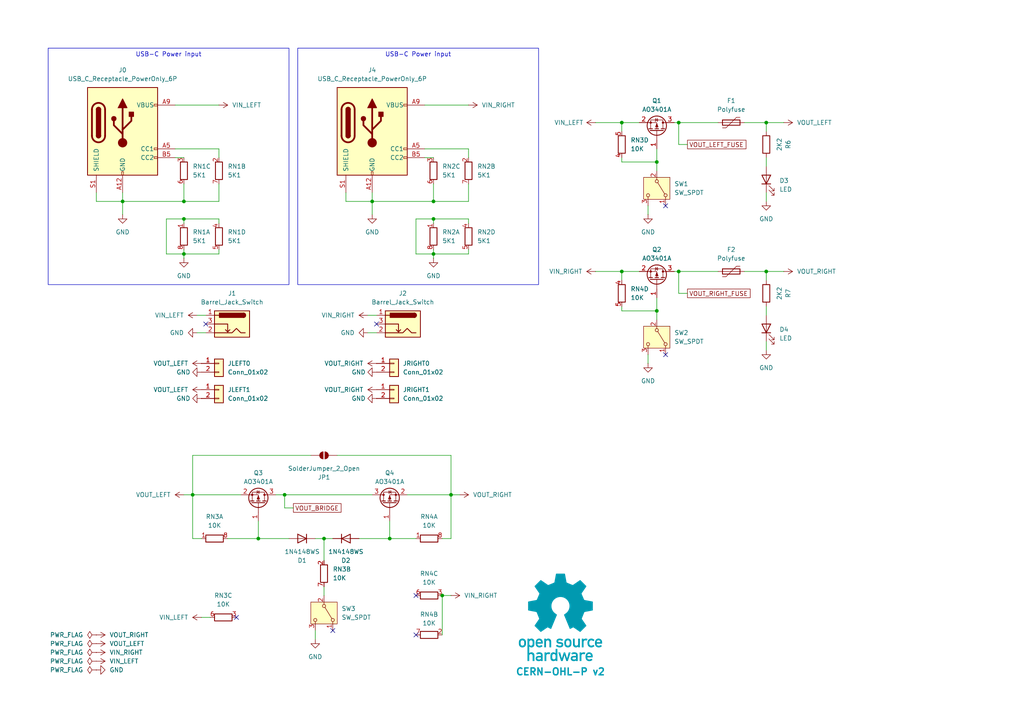
<source format=kicad_sch>
(kicad_sch (version 20231120) (generator "eeschema") (generator_version "8.0")
  (paper "A4")
  (lib_symbols
    (symbol "Connector:Barrel_Jack_Switch" (pin_names hide)
      (property "Reference" "J" (at 0 5.334 0))
      (property "Value" "Barrel_Jack_Switch" (at 0 -5.08 0))
      (symbol "Barrel_Jack_Switch_0_1"
        (rectangle (start -5.08 3.81) (end 5.08 -3.81) (stroke (width 0.254)) (fill (type background)))
        (arc (start -3.302 3.175) (mid -3.9343 2.54) (end -3.302 1.905) (stroke (width 0.254)))
        (arc (start -3.302 3.175) (mid -3.9343 2.54) (end -3.302 1.905) (stroke (width 0.254)) (fill (type outline)))
        (polyline (pts (xy 1.27 -2.286) (xy 1.905 -1.651)) (stroke (width 0.254)))
        (polyline (pts (xy 5.08 2.54) (xy 3.81 2.54)) (stroke (width 0.254)))
        (polyline (pts (xy 5.08 0) (xy 1.27 0) (xy 1.27 -2.286) (xy 0.635 -1.651)) (stroke (width 0.254)))
        (polyline (pts (xy -3.81 -2.54) (xy -2.54 -2.54) (xy -1.27 -1.27) (xy 0 -2.54) (xy 2.54 -2.54) (xy 5.08 -2.54)) (stroke (width 0.254)))
        (rectangle (start 3.683 3.175) (end -3.302 1.905) (stroke (width 0.254)) (fill (type outline)))
      )
      (symbol "Barrel_Jack_Switch_1_1"
        (pin passive line (at 7.62 2.54 180) (length 2.54) (name "~") (number "1"))
        (pin passive line (at 7.62 -2.54 180) (length 2.54) (name "~") (number "2"))
        (pin passive line (at 7.62 0 180) (length 2.54) (name "~") (number "3"))
      )
    )
    (symbol "Connector:USB_C_Receptacle_PowerOnly_6P" (pin_names (offset 1.016))
      (property "Reference" "J" (at 0 16.51 0))
      (property "Value" "USB_C_Receptacle_PowerOnly_6P" (at 0 13.97 0))
      (symbol "USB_C_Receptacle_PowerOnly_6P_0_0"
        (rectangle (start -0.254 -12.7) (end 0.254 -11.684))
        (rectangle (start 10.16 -7.366) (end 9.144 -7.874))
        (rectangle (start 10.16 -4.826) (end 9.144 -5.334))
        (rectangle (start 10.16 7.874) (end 9.144 7.366))
      )
      (symbol "USB_C_Receptacle_PowerOnly_6P_0_1"
        (rectangle (start -10.16 12.7) (end 10.16 -12.7) (stroke (width 0.254)) (fill (type background)))
        (arc (start -8.89 -1.27) (mid -6.985 -3.1667) (end -5.08 -1.27) (stroke (width 0.508)))
        (arc (start -7.62 -1.27) (mid -6.985 -1.9023) (end -6.35 -1.27) (stroke (width 0.254)))
        (arc (start -7.62 -1.27) (mid -6.985 -1.9023) (end -6.35 -1.27) (stroke (width 0.254)) (fill (type outline)))
        (rectangle (start -7.62 -1.27) (end -6.35 6.35) (stroke (width 0.254)) (fill (type outline)))
        (arc (start -6.35 6.35) (mid -6.985 6.9823) (end -7.62 6.35) (stroke (width 0.254)))
        (arc (start -6.35 6.35) (mid -6.985 6.9823) (end -7.62 6.35) (stroke (width 0.254)) (fill (type outline)))
        (arc (start -5.08 6.35) (mid -6.985 8.2467) (end -8.89 6.35) (stroke (width 0.508)))
        (circle (center -2.54 3.683) (radius 0.635) (stroke (width 0.254)) (fill (type outline)))
        (circle (center 0 -3.302) (radius 1.27) (fill (type outline)))
        (polyline (pts (xy -8.89 -1.27) (xy -8.89 6.35)) (stroke (width 0.508)))
        (polyline (pts (xy -5.08 6.35) (xy -5.08 -1.27)) (stroke (width 0.508)))
        (polyline (pts (xy 0 -3.302) (xy 0 6.858)) (stroke (width 0.508)))
        (polyline (pts (xy 0 -0.762) (xy -2.54 1.778) (xy -2.54 3.048)) (stroke (width 0.508)))
        (polyline (pts (xy 0 0.508) (xy 2.54 3.048) (xy 2.54 4.318)) (stroke (width 0.508)))
        (polyline (pts (xy -1.27 6.858) (xy 0 9.398) (xy 1.27 6.858) (xy -1.27 6.858)) (stroke (width 0.254)) (fill (type outline)))
        (rectangle (start 1.905 4.318) (end 3.175 5.588) (stroke (width 0.254)) (fill (type outline)))
      )
      (symbol "USB_C_Receptacle_PowerOnly_6P_1_1"
        (pin passive line (at 0 -17.78 90) (length 5.08) (name "GND") (number "A12"))
        (pin bidirectional line (at 15.24 -5.08 180) (length 5.08) (name "CC1") (number "A5"))
        (pin passive line (at 15.24 7.62 180) (length 5.08) (name "VBUS") (number "A9"))
        (pin passive line (at 0 -17.78 90) (length 5.08) hide (name "GND") (number "B12"))
        (pin bidirectional line (at 15.24 -7.62 180) (length 5.08) (name "CC2") (number "B5"))
        (pin passive line (at 15.24 7.62 180) (length 5.08) hide (name "VBUS") (number "B9"))
        (pin passive line (at -7.62 -17.78 90) (length 5.08) (name "SHIELD") (number "S1"))
      )
    )
    (symbol "Connector_Generic:Conn_01x02" (pin_names (offset 1.016) hide)
      (property "Reference" "J" (at 0 2.54 0))
      (property "Value" "Conn_01x02" (at 0 -5.08 0))
      (symbol "Conn_01x02_1_1"
        (rectangle (start -1.27 -2.413) (end 0 -2.667) (stroke (width 0.1524)))
        (rectangle (start -1.27 0.127) (end 0 -0.127) (stroke (width 0.1524)))
        (rectangle (start -1.27 1.27) (end 1.27 -3.81) (stroke (width 0.254)) (fill (type background)))
        (pin passive line (at -5.08 0 0) (length 3.81) (name "Pin_1") (number "1"))
        (pin passive line (at -5.08 -2.54 0) (length 3.81) (name "Pin_2") (number "2"))
      )
    )
    (symbol "Device:LED" (pin_numbers hide) (pin_names (offset 1.016) hide)
      (property "Reference" "D" (at 0 2.54 0))
      (property "Value" "LED" (at 0 -2.54 0))
      (symbol "LED_0_1"
        (polyline (pts (xy -1.27 -1.27) (xy -1.27 1.27)) (stroke (width 0.254)))
        (polyline (pts (xy -1.27 0) (xy 1.27 0)))
        (polyline (pts (xy 1.27 -1.27) (xy 1.27 1.27) (xy -1.27 0) (xy 1.27 -1.27)) (stroke (width 0.254)))
        (polyline (pts (xy -3.048 -0.762) (xy -4.572 -2.286) (xy -3.81 -2.286) (xy -4.572 -2.286) (xy -4.572 -1.524)))
        (polyline (pts (xy -1.778 -0.762) (xy -3.302 -2.286) (xy -2.54 -2.286) (xy -3.302 -2.286) (xy -3.302 -1.524)))
      )
      (symbol "LED_1_1"
        (pin passive line (at -3.81 0 0) (length 2.54) (name "K") (number "1"))
        (pin passive line (at 3.81 0 180) (length 2.54) (name "A") (number "2"))
      )
    )
    (symbol "Device:Polyfuse" (pin_numbers hide) (pin_names (offset 0))
      (property "Reference" "F" (at -2.54 0 90))
      (property "Value" "Polyfuse" (at 2.54 0 90))
      (symbol "Polyfuse_0_1"
        (rectangle (start -0.762 2.54) (end 0.762 -2.54) (stroke (width 0.254)))
        (polyline (pts (xy 0 2.54) (xy 0 -2.54)))
        (polyline (pts (xy -1.524 2.54) (xy -1.524 1.524) (xy 1.524 -1.524) (xy 1.524 -2.54)))
      )
      (symbol "Polyfuse_1_1"
        (pin passive line (at 0 3.81 270) (length 1.27) (name "~") (number "1"))
        (pin passive line (at 0 -3.81 90) (length 1.27) (name "~") (number "2"))
      )
    )
    (symbol "Device:R" (pin_numbers hide) (pin_names (offset 0))
      (property "Reference" "R" (at 2.032 0 90))
      (property "Value" "R" (at 0 0 90))
      (symbol "R_0_1"
        (rectangle (start -1.016 -2.54) (end 1.016 2.54) (stroke (width 0.254)))
      )
      (symbol "R_1_1"
        (pin passive line (at 0 3.81 270) (length 1.27) (name "~") (number "1"))
        (pin passive line (at 0 -3.81 90) (length 1.27) (name "~") (number "2"))
      )
    )
    (symbol "Device:R_Pack04_Split" (pin_names (offset 0) hide)
      (property "Reference" "RN" (at 2.032 0 90))
      (property "Value" "R_Pack04_Split" (at 0 0 90))
      (symbol "R_Pack04_Split_0_1"
        (rectangle (start 1.016 2.54) (end -1.016 -2.54) (stroke (width 0.254)))
      )
      (symbol "R_Pack04_Split_1_1"
        (pin passive line (at 0 -3.81 90) (length 1.27) (name "R1.1") (number "1"))
        (pin passive line (at 0 3.81 270) (length 1.27) (name "R1.2") (number "8"))
      )
      (symbol "R_Pack04_Split_2_1"
        (pin passive line (at 0 -3.81 90) (length 1.27) (name "R2.1") (number "2"))
        (pin passive line (at 0 3.81 270) (length 1.27) (name "R2.2") (number "7"))
      )
      (symbol "R_Pack04_Split_3_1"
        (pin passive line (at 0 -3.81 90) (length 1.27) (name "R3.1") (number "3"))
        (pin passive line (at 0 3.81 270) (length 1.27) (name "R3.2") (number "6"))
      )
      (symbol "R_Pack04_Split_4_1"
        (pin passive line (at 0 -3.81 90) (length 1.27) (name "R4.1") (number "4"))
        (pin passive line (at 0 3.81 270) (length 1.27) (name "R4.2") (number "5"))
      )
    )
    (symbol "Diode:1N4148WS" (pin_numbers hide) (pin_names hide)
      (property "Reference" "D" (at 0 2.54 0))
      (property "Value" "1N4148WS" (at 0 -2.54 0))
      (symbol "1N4148WS_0_1"
        (polyline (pts (xy -1.27 1.27) (xy -1.27 -1.27)) (stroke (width 0.254)))
        (polyline (pts (xy 1.27 0) (xy -1.27 0)))
        (polyline (pts (xy 1.27 1.27) (xy 1.27 -1.27) (xy -1.27 0) (xy 1.27 1.27)) (stroke (width 0.254)))
      )
      (symbol "1N4148WS_1_1"
        (pin passive line (at -3.81 0 0) (length 2.54) (name "K") (number "1"))
        (pin passive line (at 3.81 0 180) (length 2.54) (name "A") (number "2"))
      )
    )
    (symbol "Jumper:SolderJumper_2_Open" (pin_numbers hide) (pin_names (offset 0) hide) (exclude_from_sim yes) (in_bom no)
      (property "Reference" "JP" (at 0 2.032 0))
      (property "Value" "SolderJumper_2_Open" (at 0 -2.54 0))
      (symbol "SolderJumper_2_Open_0_1"
        (arc (start -0.254 1.016) (mid -1.2656 0) (end -0.254 -1.016))
        (arc (start -0.254 1.016) (mid -1.2656 0) (end -0.254 -1.016) (fill (type outline)))
        (polyline (pts (xy -0.254 1.016) (xy -0.254 -1.016)))
        (polyline (pts (xy 0.254 1.016) (xy 0.254 -1.016)))
        (arc (start 0.254 -1.016) (mid 1.2656 0) (end 0.254 1.016))
        (arc (start 0.254 -1.016) (mid 1.2656 0) (end 0.254 1.016) (fill (type outline)))
      )
      (symbol "SolderJumper_2_Open_1_1"
        (pin passive line (at -3.81 0 0) (length 2.54) (name "A") (number "1"))
        (pin passive line (at 3.81 0 180) (length 2.54) (name "B") (number "2"))
      )
    )
    (symbol "Switch:SW_SPDT" (pin_names (offset 0) hide)
      (property "Reference" "SW" (at 0 5.08 0))
      (property "Value" "SW_SPDT" (at 0 -5.08 0))
      (symbol "SW_SPDT_0_1"
        (circle (center -2.032 0) (radius 0.4572))
        (polyline (pts (xy -1.651 0.254) (xy 1.651 2.286)))
        (circle (center 2.032 -2.54) (radius 0.4572))
        (circle (center 2.032 2.54) (radius 0.4572))
      )
      (symbol "SW_SPDT_1_1"
        (rectangle (start -3.175 3.81) (end 3.175 -3.81) (fill (type background)))
        (pin passive line (at 5.08 2.54 180) (length 2.54) (name "A") (number "1"))
        (pin passive line (at -5.08 0 0) (length 2.54) (name "B") (number "2"))
        (pin passive line (at 5.08 -2.54 180) (length 2.54) (name "C") (number "3"))
      )
    )
    (symbol "Transistor_FET:AO3401A" (pin_names hide)
      (property "Reference" "Q" (at 5.08 1.905 0))
      (property "Value" "AO3401A" (at 5.08 0 0))
      (symbol "AO3401A_0_1"
        (polyline (pts (xy 0.254 0) (xy -2.54 0)))
        (polyline (pts (xy 0.254 1.905) (xy 0.254 -1.905)) (stroke (width 0.254)))
        (polyline (pts (xy 0.762 -1.27) (xy 0.762 -2.286)) (stroke (width 0.254)))
        (polyline (pts (xy 0.762 0.508) (xy 0.762 -0.508)) (stroke (width 0.254)))
        (polyline (pts (xy 0.762 2.286) (xy 0.762 1.27)) (stroke (width 0.254)))
        (polyline (pts (xy 2.54 2.54) (xy 2.54 1.778)))
        (polyline (pts (xy 2.54 -2.54) (xy 2.54 0) (xy 0.762 0)))
        (polyline (pts (xy 0.762 1.778) (xy 3.302 1.778) (xy 3.302 -1.778) (xy 0.762 -1.778)))
        (polyline (pts (xy 2.286 0) (xy 1.27 0.381) (xy 1.27 -0.381) (xy 2.286 0)) (fill (type outline)))
        (polyline (pts (xy 2.794 -0.508) (xy 2.921 -0.381) (xy 3.683 -0.381) (xy 3.81 -0.254)))
        (polyline (pts (xy 3.302 -0.381) (xy 2.921 0.254) (xy 3.683 0.254) (xy 3.302 -0.381)))
        (circle (center 1.651 0) (radius 2.794) (stroke (width 0.254)))
        (circle (center 2.54 -1.778) (radius 0.254) (fill (type outline)))
        (circle (center 2.54 1.778) (radius 0.254) (fill (type outline)))
      )
      (symbol "AO3401A_1_1"
        (pin input line (at -5.08 0 0) (length 2.54) (name "G") (number "1"))
        (pin passive line (at 2.54 -5.08 90) (length 2.54) (name "S") (number "2"))
        (pin passive line (at 2.54 5.08 270) (length 2.54) (name "D") (number "3"))
      )
    )
    (symbol "power:GND" (power) (pin_numbers hide) (pin_names (offset 0) hide)
      (property "Value" "GND" (at 0 -3.81 0))
      (symbol "GND_0_1"
        (polyline (pts (xy 0 0) (xy 0 -1.27) (xy 1.27 -1.27) (xy 0 -2.54) (xy -1.27 -1.27) (xy 0 -1.27)))
      )
      (symbol "GND_1_1"
        (pin power_in line (at 0 0 270) (length 0) (name "~") (number "1"))
      )
    )
    (symbol "power:PWR_FLAG" (power) (pin_numbers hide) (pin_names (offset 0) hide)
      (property "Value" "PWR_FLAG" (at 0 3.81 0))
      (symbol "PWR_FLAG_0_0"
        (pin power_out line (at 0 0 90) (length 0) (name "~") (number "1"))
      )
      (symbol "PWR_FLAG_0_1"
        (polyline (pts (xy 0 0) (xy 0 1.27) (xy -1.016 1.905) (xy 0 2.54) (xy 1.016 1.905) (xy 0 1.27)))
      )
    )
    (symbol "power:VCC" (power) (pin_numbers hide) (pin_names (offset 0) hide)
      (property "Value" "VCC" (at 0 3.556 0))
      (symbol "VCC_0_1"
        (polyline (pts (xy -0.762 1.27) (xy 0 2.54)))
        (polyline (pts (xy 0 0) (xy 0 2.54)))
        (polyline (pts (xy 0 2.54) (xy 0.762 1.27)))
      )
      (symbol "VCC_1_1"
        (pin power_in line (at 0 0 90) (length 0) (name "~") (number "1"))
      )
    )
  )
  (junction (at 55.88 143.51))
  (junction (at 130.81 143.51))
  (junction (at 128.27 172.72))
  (junction (at 222.25 35.56))
  (junction (at 82.55 143.51))
  (junction (at 125.73 58.42))
  (junction (at 53.34 73.66))
  (junction (at 107.95 58.42))
  (junction (at 93.98 156.21))
  (junction (at 125.73 63.5))
  (junction (at 125.73 73.66))
  (junction (at 190.5 90.17))
  (junction (at 180.34 78.74))
  (junction (at 35.56 58.42))
  (junction (at 222.25 78.74))
  (junction (at 196.85 35.56))
  (junction (at 74.93 156.21))
  (junction (at 180.34 35.56))
  (junction (at 113.03 156.21))
  (junction (at 196.85 78.74))
  (junction (at 53.34 58.42))
  (junction (at 190.5 46.99))
  (junction (at 53.34 63.5))
  (no_connect (at 120.65 184.15))
  (no_connect (at 59.69 93.98))
  (no_connect (at 193.04 59.69))
  (no_connect (at 96.52 182.88))
  (no_connect (at 68.58 179.07))
  (no_connect (at 120.65 172.72))
  (no_connect (at 109.22 93.98))
  (no_connect (at 193.04 102.87))
  (wire (pts (xy 48.26 73.66) (xy 53.34 73.66)))
  (wire (pts (xy 135.89 72.39) (xy 135.89 73.66)))
  (wire (pts (xy 125.73 53.34) (xy 125.73 58.42)))
  (wire (pts (xy 128.27 172.72) (xy 130.81 172.72)))
  (wire (pts (xy 135.89 63.5) (xy 135.89 64.77)))
  (wire (pts (xy 190.5 90.17) (xy 190.5 86.36)))
  (wire (pts (xy 107.95 55.88) (xy 107.95 58.42)))
  (wire (pts (xy 190.5 46.99) (xy 190.5 49.53)))
  (wire (pts (xy 80.01 143.51) (xy 82.55 143.51)))
  (wire (pts (xy 172.72 35.56) (xy 180.34 35.56)))
  (wire (pts (xy 97.79 132.08) (xy 130.81 132.08)))
  (wire (pts (xy 180.34 46.99) (xy 190.5 46.99)))
  (wire (pts (xy 222.25 45.72) (xy 222.25 48.26)))
  (wire (pts (xy 187.96 102.87) (xy 187.96 105.41)))
  (wire (pts (xy 35.56 58.42) (xy 35.56 62.23)))
  (wire (pts (xy 196.85 35.56) (xy 196.85 41.91)))
  (wire (pts (xy 57.15 96.52) (xy 59.69 96.52)))
  (wire (pts (xy 100.33 55.88) (xy 100.33 58.42)))
  (wire (pts (xy 55.88 132.08) (xy 55.88 143.51)))
  (wire (pts (xy 50.8 30.48) (xy 63.5 30.48)))
  (wire (pts (xy 53.34 73.66) (xy 53.34 74.93)))
  (wire (pts (xy 55.88 143.51) (xy 69.85 143.51)))
  (wire (pts (xy 123.19 43.18) (xy 135.89 43.18)))
  (wire (pts (xy 123.19 45.72) (xy 125.73 45.72)))
  (wire (pts (xy 63.5 73.66) (xy 53.34 73.66)))
  (wire (pts (xy 125.73 64.77) (xy 125.73 63.5)))
  (wire (pts (xy 93.98 156.21) (xy 96.52 156.21)))
  (wire (pts (xy 199.39 85.09) (xy 196.85 85.09)))
  (wire (pts (xy 53.34 63.5) (xy 48.26 63.5)))
  (wire (pts (xy 106.68 91.44) (xy 109.22 91.44)))
  (wire (pts (xy 48.26 63.5) (xy 48.26 73.66)))
  (wire (pts (xy 57.15 91.44) (xy 59.69 91.44)))
  (wire (pts (xy 123.19 30.48) (xy 135.89 30.48)))
  (wire (pts (xy 100.33 58.42) (xy 107.95 58.42)))
  (wire (pts (xy 195.58 78.74) (xy 196.85 78.74)))
  (wire (pts (xy 215.9 78.74) (xy 222.25 78.74)))
  (wire (pts (xy 222.25 99.06) (xy 222.25 101.6)))
  (wire (pts (xy 125.73 72.39) (xy 125.73 73.66)))
  (wire (pts (xy 27.94 58.42) (xy 35.56 58.42)))
  (wire (pts (xy 63.5 53.34) (xy 63.5 58.42)))
  (wire (pts (xy 196.85 35.56) (xy 208.28 35.56)))
  (wire (pts (xy 63.5 43.18) (xy 63.5 45.72)))
  (wire (pts (xy 113.03 156.21) (xy 120.65 156.21)))
  (wire (pts (xy 180.34 88.9) (xy 180.34 90.17)))
  (wire (pts (xy 180.34 45.72) (xy 180.34 46.99)))
  (wire (pts (xy 172.72 78.74) (xy 180.34 78.74)))
  (wire (pts (xy 130.81 132.08) (xy 130.81 143.51)))
  (wire (pts (xy 74.93 156.21) (xy 83.82 156.21)))
  (wire (pts (xy 55.88 143.51) (xy 55.88 156.21)))
  (wire (pts (xy 196.85 78.74) (xy 208.28 78.74)))
  (wire (pts (xy 74.93 151.13) (xy 74.93 156.21)))
  (wire (pts (xy 135.89 43.18) (xy 135.89 45.72)))
  (wire (pts (xy 180.34 38.1) (xy 180.34 35.56)))
  (wire (pts (xy 125.73 63.5) (xy 135.89 63.5)))
  (wire (pts (xy 53.34 53.34) (xy 53.34 58.42)))
  (wire (pts (xy 125.73 73.66) (xy 125.73 74.93)))
  (wire (pts (xy 63.5 63.5) (xy 53.34 63.5)))
  (wire (pts (xy 196.85 78.74) (xy 196.85 85.09)))
  (wire (pts (xy 130.81 143.51) (xy 118.11 143.51)))
  (wire (pts (xy 63.5 64.77) (xy 63.5 63.5)))
  (wire (pts (xy 180.34 78.74) (xy 185.42 78.74)))
  (wire (pts (xy 222.25 35.56) (xy 222.25 38.1)))
  (wire (pts (xy 50.8 45.72) (xy 53.34 45.72)))
  (wire (pts (xy 128.27 156.21) (xy 130.81 156.21)))
  (wire (pts (xy 135.89 73.66) (xy 125.73 73.66)))
  (wire (pts (xy 90.17 132.08) (xy 55.88 132.08)))
  (wire (pts (xy 66.04 156.21) (xy 74.93 156.21)))
  (wire (pts (xy 58.42 156.21) (xy 55.88 156.21)))
  (wire (pts (xy 135.89 58.42) (xy 125.73 58.42)))
  (wire (pts (xy 120.65 73.66) (xy 120.65 63.5)))
  (wire (pts (xy 180.34 81.28) (xy 180.34 78.74)))
  (wire (pts (xy 120.65 63.5) (xy 125.73 63.5)))
  (wire (pts (xy 180.34 35.56) (xy 185.42 35.56)))
  (wire (pts (xy 135.89 53.34) (xy 135.89 58.42)))
  (wire (pts (xy 85.09 147.32) (xy 82.55 147.32)))
  (wire (pts (xy 58.42 179.07) (xy 60.96 179.07)))
  (wire (pts (xy 130.81 143.51) (xy 130.81 156.21)))
  (wire (pts (xy 222.25 55.88) (xy 222.25 58.42)))
  (wire (pts (xy 190.5 90.17) (xy 190.5 92.71)))
  (wire (pts (xy 222.25 78.74) (xy 227.33 78.74)))
  (wire (pts (xy 93.98 156.21) (xy 91.44 156.21)))
  (wire (pts (xy 82.55 147.32) (xy 82.55 143.51)))
  (wire (pts (xy 93.98 156.21) (xy 93.98 162.56)))
  (wire (pts (xy 53.34 73.66) (xy 53.34 72.39)))
  (wire (pts (xy 125.73 58.42) (xy 107.95 58.42)))
  (wire (pts (xy 50.8 43.18) (xy 63.5 43.18)))
  (wire (pts (xy 53.34 58.42) (xy 35.56 58.42)))
  (wire (pts (xy 53.34 63.5) (xy 53.34 64.77)))
  (wire (pts (xy 195.58 35.56) (xy 196.85 35.56)))
  (wire (pts (xy 63.5 72.39) (xy 63.5 73.66)))
  (wire (pts (xy 53.34 143.51) (xy 55.88 143.51)))
  (wire (pts (xy 133.35 143.51) (xy 130.81 143.51)))
  (wire (pts (xy 187.96 59.69) (xy 187.96 62.23)))
  (wire (pts (xy 190.5 46.99) (xy 190.5 43.18)))
  (wire (pts (xy 125.73 73.66) (xy 120.65 73.66)))
  (wire (pts (xy 222.25 81.28) (xy 222.25 78.74)))
  (wire (pts (xy 180.34 90.17) (xy 190.5 90.17)))
  (wire (pts (xy 63.5 58.42) (xy 53.34 58.42)))
  (wire (pts (xy 82.55 143.51) (xy 107.95 143.51)))
  (wire (pts (xy 35.56 55.88) (xy 35.56 58.42)))
  (wire (pts (xy 93.98 170.18) (xy 93.98 172.72)))
  (wire (pts (xy 222.25 35.56) (xy 227.33 35.56)))
  (wire (pts (xy 222.25 88.9) (xy 222.25 91.44)))
  (wire (pts (xy 104.14 156.21) (xy 113.03 156.21)))
  (wire (pts (xy 107.95 58.42) (xy 107.95 62.23)))
  (wire (pts (xy 199.39 41.91) (xy 196.85 41.91)))
  (wire (pts (xy 215.9 35.56) (xy 222.25 35.56)))
  (wire (pts (xy 91.44 182.88) (xy 91.44 185.42)))
  (wire (pts (xy 128.27 172.72) (xy 128.27 184.15)))
  (wire (pts (xy 106.68 96.52) (xy 109.22 96.52)))
  (wire (pts (xy 113.03 151.13) (xy 113.03 156.21)))
  (wire (pts (xy 27.94 55.88) (xy 27.94 58.42)))
  (image (at 162.56 179.07) (scale 0.37481))
  (text_box "USB-C Power input" (at 13.97 13.97 0) (size 69.85 68.58) (effects (font (size 1.27 1.27)) (justify top)))
  (text_box "USB-C Power input" (at 86.36 13.97 0) (size 69.85 68.58) (effects (font (size 1.27 1.27)) (justify top)))
  (text "CERN-OHL-P v2" (at 162.56 195.072 0) (effects (font (size 2 2) (thickness 0.4) (bold yes))))
  (global_label "VOUT_BRIDGE" (shape passive) (at 85.09 147.32 0) (property "Intersheetrefs" "${INTERSHEET_REFS}" (effects (hide yes))))
  (global_label "VOUT_LEFT_FUSE" (shape passive) (at 199.39 41.91 0) (property "Intersheetrefs" "${INTERSHEET_REFS}" (effects (hide yes))))
  (global_label "VOUT_RIGHT_FUSE" (shape passive) (at 199.39 85.09 0) (property "Intersheetrefs" "${INTERSHEET_REFS}" (effects (hide yes))))
  (symbol (lib_id "Diode:1N4148WS") (at 100.33 156.21 0) (mirror x) (unit 1)
    (property "Reference" "D2" (at 100.33 162.56 0))
    (property "Value" "1N4148WS" (at 100.33 160.02 0))
    (property "Footprint" "custom:D_SOD-323_HandSoldering_simple" (effects (hide yes)))
    (property "Datasheet" "https://www.vishay.com/docs/85751/1n4148ws.pdf" (effects (hide yes)))
    (property "Description" "75V 0.15A Fast switching Diode, SOD-323" (effects (hide yes)))
    (property "Sim.Device" "D" (effects (hide yes)))
    (property "Sim.Pins" "1=K 2=A" (effects (hide yes)))
  )
  (symbol (lib_id "power:PWR_FLAG") (at 27.94 186.69 90) (unit 1)
    (property "Reference" "#FLG03" (effects (hide yes)))
    (property "Value" "PWR_FLAG" (at 24.13 186.6899 90) (effects (justify left)))
    (property "Description" "Special symbol for telling ERC where power comes from" (effects (hide yes)))
  )
  (symbol (lib_id "power:VCC") (at 63.5 30.48 270) (unit 1)
    (property "Reference" "#PWR027" (effects (hide yes)))
    (property "Value" "VIN_LEFT" (at 67.31 30.4799 90) (effects (justify left)))
    (property "Description" "Power symbol creates a global label with name \"VCC\"" (effects (hide yes)))
  )
  (symbol (lib_id "Transistor_FET:AO3401A") (at 190.5 81.28 270) (mirror x) (unit 1)
    (property "Reference" "Q2" (at 190.5 72.39 90))
    (property "Value" "AO3401A" (at 190.5 74.93 90))
    (property "Footprint" "Package_TO_SOT_SMD:SOT-23" (effects (hide yes)))
    (property "Datasheet" "http://www.aosmd.com/pdfs/datasheet/AO3401A.pdf" (effects (hide yes)))
    (property "Description" "-4.0A Id, -30V Vds, P-Channel MOSFET, SOT-23" (effects (hide yes)))
    (property "LCSC Part" "C15127" (effects (hide yes)))
    (property "JLCPCB_CORRECTION" "0; 0; 180" (effects (hide yes)))
  )
  (symbol (lib_id "Switch:SW_SPDT") (at 93.98 177.8 270) (unit 1)
    (property "Reference" "SW3" (at 99.06 176.5299 90) (effects (justify left)))
    (property "Value" "SW_SPDT" (at 99.06 179.0699 90) (effects (justify left)))
    (property "Footprint" "lcsc:SW-SMD_3P-P1.50_L2.7-W6.6" (effects (hide yes)))
    (property "Description" "Switch, single pole double throw" (effects (hide yes)))
    (property "LCSC Part" "C2998803" (effects (hide yes)))
  )
  (symbol (lib_id "power:VCC") (at 58.42 105.41 90) (unit 1)
    (property "Reference" "#PWR07" (effects (hide yes)))
    (property "Value" "VOUT_LEFT" (at 54.61 105.4099 90) (effects (justify left)))
    (property "Description" "Power symbol creates a global label with name \"VCC\"" (effects (hide yes)))
  )
  (symbol (lib_id "Connector_Generic:Conn_01x02") (at 114.3 113.03 0) (unit 1)
    (property "Reference" "JRIGHT1" (at 116.84 113.0299 0) (effects (justify left)))
    (property "Value" "Conn_01x02" (at 116.84 115.5699 0) (effects (justify left)))
    (property "Footprint" "custom:PinHeader_1x02_P2.54mm_Vertical_simple_pad2gnd" (effects (hide yes)))
    (property "Description" "Generic connector, single row, 01x02, script generated (kicad-library-utils/schlib/autogen/connector/)" (effects (hide yes)))
  )
  (symbol (lib_id "Device:R_Pack04_Split") (at 62.23 156.21 270) (unit 1)
    (property "Reference" "RN3" (at 62.23 149.86 90))
    (property "Value" "10K" (at 62.23 152.4 90))
    (property "Footprint" "Resistor_SMD:R_Array_Convex_4x0603" (effects (hide yes)))
    (property "Description" "4 resistor network, parallel topology, split" (effects (hide yes)))
  )
  (symbol (lib_id "power:GND") (at 91.44 185.42 0) (unit 1)
    (property "Reference" "#PWR034" (effects (hide yes)))
    (property "Value" "GND" (at 91.44 190.5 0))
    (property "Description" "Power symbol creates a global label with name \"GND\" , ground" (effects (hide yes)))
  )
  (symbol (lib_id "power:GND") (at 58.42 115.57 270) (unit 1)
    (property "Reference" "#PWR010" (effects (hide yes)))
    (property "Value" "GND" (at 55.2429 115.5699 90) (effects (justify right)))
    (property "Description" "Power symbol creates a global label with name \"GND\" , ground" (effects (hide yes)))
  )
  (symbol (lib_id "power:VCC") (at 58.42 113.03 90) (unit 1)
    (property "Reference" "#PWR09" (effects (hide yes)))
    (property "Value" "VOUT_LEFT" (at 54.61 113.0299 90) (effects (justify left)))
    (property "Description" "Power symbol creates a global label with name \"VCC\"" (effects (hide yes)))
  )
  (symbol (lib_id "Connector_Generic:Conn_01x02") (at 114.3 105.41 0) (unit 1)
    (property "Reference" "JRIGHT0" (at 116.84 105.4099 0) (effects (justify left)))
    (property "Value" "Conn_01x02" (at 116.84 107.9499 0) (effects (justify left)))
    (property "Footprint" "custom:PinHeader_1x02_P2.54mm_Vertical_simple_pad2gnd" (effects (hide yes)))
    (property "Description" "Generic connector, single row, 01x02, script generated (kicad-library-utils/schlib/autogen/connector/)" (effects (hide yes)))
  )
  (symbol (lib_id "power:PWR_FLAG") (at 27.94 184.15 90) (unit 1)
    (property "Reference" "#FLG04" (effects (hide yes)))
    (property "Value" "PWR_FLAG" (at 24.13 184.1499 90) (effects (justify left)))
    (property "Description" "Special symbol for telling ERC where power comes from" (effects (hide yes)))
  )
  (symbol (lib_id "Connector_Generic:Conn_01x02") (at 63.5 105.41 0) (unit 1)
    (property "Reference" "JLEFT0" (at 66.04 105.4099 0) (effects (justify left)))
    (property "Value" "Conn_01x02" (at 66.04 107.9499 0) (effects (justify left)))
    (property "Footprint" "custom:PinHeader_1x02_P2.54mm_Vertical_simple_pad2gnd" (effects (hide yes)))
    (property "Description" "Generic connector, single row, 01x02, script generated (kicad-library-utils/schlib/autogen/connector/)" (effects (hide yes)))
  )
  (symbol (lib_id "power:VCC") (at 172.72 78.74 90) (unit 1)
    (property "Reference" "#PWR020" (effects (hide yes)))
    (property "Value" "VIN_RIGHT" (at 168.91 78.7399 90) (effects (justify left)))
    (property "Description" "Power symbol creates a global label with name \"VCC\"" (effects (hide yes)))
  )
  (symbol (lib_id "Connector_Generic:Conn_01x02") (at 63.5 113.03 0) (unit 1)
    (property "Reference" "JLEFT1" (at 66.04 113.0299 0) (effects (justify left)))
    (property "Value" "Conn_01x02" (at 66.04 115.5699 0) (effects (justify left)))
    (property "Footprint" "custom:PinHeader_1x02_P2.54mm_Vertical_simple_pad2gnd" (effects (hide yes)))
    (property "Description" "Generic connector, single row, 01x02, script generated (kicad-library-utils/schlib/autogen/connector/)" (effects (hide yes)))
  )
  (symbol (lib_id "Device:R_Pack04_Split") (at 135.89 49.53 180) (unit 2)
    (property "Reference" "RN2" (at 138.43 48.2599 0) (effects (justify right)))
    (property "Value" "5K1" (at 138.43 50.7999 0) (effects (justify right)))
    (property "Footprint" "Resistor_SMD:R_Array_Convex_4x0603" (effects (hide yes)))
    (property "Description" "4 resistor network, parallel topology, split" (effects (hide yes)))
  )
  (symbol (lib_id "power:VCC") (at 227.33 35.56 270) (unit 1)
    (property "Reference" "#PWR021" (effects (hide yes)))
    (property "Value" "VOUT_LEFT" (at 231.14 35.5599 90) (effects (justify left)))
    (property "Description" "Power symbol creates a global label with name \"VCC\"" (effects (hide yes)))
  )
  (symbol (lib_id "power:GND") (at 107.95 62.23 0) (unit 1)
    (property "Reference" "#PWR017" (effects (hide yes)))
    (property "Value" "GND" (at 107.95 67.31 0))
    (property "Description" "Power symbol creates a global label with name \"GND\" , ground" (effects (hide yes)))
  )
  (symbol (lib_id "Device:R_Pack04_Split") (at 63.5 49.53 180) (unit 2)
    (property "Reference" "RN1" (at 66.04 48.2599 0) (effects (justify right)))
    (property "Value" "5K1" (at 66.04 50.7999 0) (effects (justify right)))
    (property "Footprint" "Resistor_SMD:R_Array_Convex_4x0603" (effects (hide yes)))
    (property "Description" "4 resistor network, parallel topology, split" (effects (hide yes)))
  )
  (symbol (lib_id "power:GND") (at 187.96 105.41 0) (unit 1)
    (property "Reference" "#PWR023" (effects (hide yes)))
    (property "Value" "GND" (at 187.96 110.49 0))
    (property "Description" "Power symbol creates a global label with name \"GND\" , ground" (effects (hide yes)))
  )
  (symbol (lib_id "Device:R_Pack04_Split") (at 64.77 179.07 90) (unit 3)
    (property "Reference" "RN3" (at 64.77 172.72 90))
    (property "Value" "10K" (at 64.77 175.26 90))
    (property "Footprint" "Resistor_SMD:R_Array_Convex_4x0603" (effects (hide yes)))
    (property "Description" "4 resistor network, parallel topology, split" (effects (hide yes)))
  )
  (symbol (lib_id "power:VCC") (at 27.94 191.77 270) (unit 1)
    (property "Reference" "#PWR01" (effects (hide yes)))
    (property "Value" "VIN_LEFT" (at 31.75 191.7699 90) (effects (justify left)))
    (property "Description" "Power symbol creates a global label with name \"VCC\"" (effects (hide yes)))
  )
  (symbol (lib_id "power:VCC") (at 172.72 35.56 90) (unit 1)
    (property "Reference" "#PWR029" (effects (hide yes)))
    (property "Value" "VIN_LEFT" (at 169.2008 35.5599 90) (effects (justify left)))
    (property "Description" "Power symbol creates a global label with name \"VCC\"" (effects (hide yes)))
  )
  (symbol (lib_id "Device:R") (at 222.25 85.09 0) (mirror y) (unit 1)
    (property "Reference" "R7" (at 228.6 85.09 90))
    (property "Value" "2K2" (at 226.06 85.09 90))
    (property "Footprint" "Resistor_SMD:R_0805_2012Metric_Pad1.20x1.40mm_HandSolder" (effects (hide yes)))
    (property "Description" "Resistor" (effects (hide yes)))
  )
  (symbol (lib_id "power:GND") (at 58.42 107.95 270) (unit 1)
    (property "Reference" "#PWR08" (effects (hide yes)))
    (property "Value" "GND" (at 55.2429 107.9499 90) (effects (justify right)))
    (property "Description" "Power symbol creates a global label with name \"GND\" , ground" (effects (hide yes)))
  )
  (symbol (lib_id "Device:R_Pack04_Split") (at 124.46 156.21 270) (unit 1)
    (property "Reference" "RN4" (at 124.46 149.86 90))
    (property "Value" "10K" (at 124.46 152.4 90))
    (property "Footprint" "Resistor_SMD:R_Array_Convex_4x0603" (effects (hide yes)))
    (property "Description" "4 resistor network, parallel topology, split" (effects (hide yes)))
  )
  (symbol (lib_id "Device:R_Pack04_Split") (at 125.73 68.58 180) (unit 1)
    (property "Reference" "RN2" (at 128.27 67.3099 0) (effects (justify right)))
    (property "Value" "5K1" (at 128.27 69.8499 0) (effects (justify right)))
    (property "Footprint" "Resistor_SMD:R_Array_Convex_4x0603" (effects (hide yes)))
    (property "Description" "4 resistor network, parallel topology, split" (effects (hide yes)))
  )
  (symbol (lib_id "Transistor_FET:AO3401A") (at 74.93 146.05 270) (mirror x) (unit 1)
    (property "Reference" "Q3" (at 74.93 137.16 90))
    (property "Value" "AO3401A" (at 74.93 139.7 90))
    (property "Footprint" "Package_TO_SOT_SMD:SOT-23" (effects (hide yes)))
    (property "Datasheet" "http://www.aosmd.com/pdfs/datasheet/AO3401A.pdf" (effects (hide yes)))
    (property "Description" "-4.0A Id, -30V Vds, P-Channel MOSFET, SOT-23" (effects (hide yes)))
    (property "LCSC Part" "C15127" (effects (hide yes)))
    (property "JLCPCB_CORRECTION" "0; 0; 180" (effects (hide yes)))
  )
  (symbol (lib_id "Diode:1N4148WS") (at 87.63 156.21 0) (mirror y) (unit 1)
    (property "Reference" "D1" (at 87.63 162.56 0))
    (property "Value" "1N4148WS" (at 87.63 160.02 0))
    (property "Footprint" "custom:D_SOD-323_HandSoldering_simple" (effects (hide yes)))
    (property "Datasheet" "https://www.vishay.com/docs/85751/1n4148ws.pdf" (effects (hide yes)))
    (property "Description" "75V 0.15A Fast switching Diode, SOD-323" (effects (hide yes)))
    (property "Sim.Device" "D" (effects (hide yes)))
    (property "Sim.Pins" "1=K 2=A" (effects (hide yes)))
  )
  (symbol (lib_id "Device:R_Pack04_Split") (at 53.34 49.53 180) (unit 3)
    (property "Reference" "RN1" (at 55.88 48.2599 0) (effects (justify right)))
    (property "Value" "5K1" (at 55.88 50.7999 0) (effects (justify right)))
    (property "Footprint" "Resistor_SMD:R_Array_Convex_4x0603" (effects (hide yes)))
    (property "Description" "4 resistor network, parallel topology, split" (effects (hide yes)))
  )
  (symbol (lib_id "power:VCC") (at 27.94 186.69 270) (unit 1)
    (property "Reference" "#PWR03" (effects (hide yes)))
    (property "Value" "VOUT_LEFT" (at 31.75 186.6899 90) (effects (justify left)))
    (property "Description" "Power symbol creates a global label with name \"VCC\"" (effects (hide yes)))
  )
  (symbol (lib_id "Device:R_Pack04_Split") (at 124.46 172.72 90) (unit 3)
    (property "Reference" "RN4" (at 124.46 166.37 90))
    (property "Value" "10K" (at 124.46 168.91 90))
    (property "Footprint" "Resistor_SMD:R_Array_Convex_4x0603" (effects (hide yes)))
    (property "Description" "4 resistor network, parallel topology, split" (effects (hide yes)))
  )
  (symbol (lib_id "power:GND") (at 222.25 58.42 0) (unit 1)
    (property "Reference" "#PWR035" (effects (hide yes)))
    (property "Value" "GND" (at 222.25 63.5 0))
    (property "Description" "Power symbol creates a global label with name \"GND\" , ground" (effects (hide yes)))
  )
  (symbol (lib_id "Transistor_FET:AO3401A") (at 190.5 38.1 270) (mirror x) (unit 1)
    (property "Reference" "Q1" (at 190.5 29.21 90))
    (property "Value" "AO3401A" (at 190.5 31.75 90))
    (property "Footprint" "Package_TO_SOT_SMD:SOT-23" (effects (hide yes)))
    (property "Datasheet" "http://www.aosmd.com/pdfs/datasheet/AO3401A.pdf" (effects (hide yes)))
    (property "Description" "-4.0A Id, -30V Vds, P-Channel MOSFET, SOT-23" (effects (hide yes)))
    (property "LCSC Part" "C15127" (effects (hide yes)))
    (property "JLCPCB_CORRECTION" "0; 0; 180" (effects (hide yes)))
  )
  (symbol (lib_id "Connector:Barrel_Jack_Switch") (at 116.84 93.98 0) (mirror y) (unit 1)
    (property "Reference" "J2" (at 116.84 85.09 0))
    (property "Value" "Barrel_Jack_Switch" (at 116.84 87.63 0))
    (property "Footprint" "custom:Conn_Combo_DC-050_TerminalBlock_JST-XH-2P-horizontal-TH-or-SMD_compact" (effects (hide yes)))
    (property "Description" "DC Barrel Jack with an internal switch" (effects (hide yes)))
  )
  (symbol (lib_id "power:VCC") (at 227.33 78.74 270) (unit 1)
    (property "Reference" "#PWR024" (effects (hide yes)))
    (property "Value" "VOUT_RIGHT" (at 231.14 78.7399 90) (effects (justify left)))
    (property "Description" "Power symbol creates a global label with name \"VCC\"" (effects (hide yes)))
  )
  (symbol (lib_id "power:VCC") (at 27.94 189.23 270) (unit 1)
    (property "Reference" "#PWR025" (effects (hide yes)))
    (property "Value" "VIN_RIGHT" (at 31.75 189.2299 90) (effects (justify left)))
    (property "Description" "Power symbol creates a global label with name \"VCC\"" (effects (hide yes)))
  )
  (symbol (lib_id "power:GND") (at 106.68 96.52 270) (unit 1)
    (property "Reference" "#PWR015" (effects (hide yes)))
    (property "Value" "GND" (at 102.87 96.5199 90) (effects (justify right)))
    (property "Description" "Power symbol creates a global label with name \"GND\" , ground" (effects (hide yes)))
  )
  (symbol (lib_id "power:VCC") (at 57.15 91.44 90) (unit 1)
    (property "Reference" "#PWR026" (effects (hide yes)))
    (property "Value" "VIN_LEFT" (at 53.34 91.4399 90) (effects (justify left)))
    (property "Description" "Power symbol creates a global label with name \"VCC\"" (effects (hide yes)))
  )
  (symbol (lib_id "power:GND") (at 27.94 194.31 90) (unit 1)
    (property "Reference" "#PWR02" (effects (hide yes)))
    (property "Value" "GND" (at 31.75 194.3099 90) (effects (justify right)))
    (property "Description" "Power symbol creates a global label with name \"GND\" , ground" (effects (hide yes)))
  )
  (symbol (lib_id "power:GND") (at 53.34 74.93 0) (mirror y) (unit 1)
    (property "Reference" "#PWR028" (effects (hide yes)))
    (property "Value" "GND" (at 53.34 80.01 0))
    (property "Description" "Power symbol creates a global label with name \"GND\" , ground" (effects (hide yes)))
  )
  (symbol (lib_id "Switch:SW_SPDT") (at 190.5 97.79 270) (unit 1)
    (property "Reference" "SW2" (at 195.58 96.5199 90) (effects (justify left)))
    (property "Value" "SW_SPDT" (at 195.58 99.0599 90) (effects (justify left)))
    (property "Footprint" "custom:SW-TH_DEALON_SS-12D01-GX_simple" (effects (hide yes)))
    (property "Description" "Switch, single pole double throw" (effects (hide yes)))
    (property "LCSC Part" "C2998803" (effects (hide yes)))
  )
  (symbol (lib_id "Device:Polyfuse") (at 212.09 78.74 90) (unit 1)
    (property "Reference" "F2" (at 212.09 72.39 90))
    (property "Value" "Polyfuse" (at 212.09 74.93 90))
    (property "Footprint" "custom:Fuse_1206_3216Metric_Pad1.42x1.75mm_HandSolder_simple" (effects (hide yes)))
    (property "Description" "Resettable fuse, polymeric positive temperature coefficient" (effects (hide yes)))
  )
  (symbol (lib_id "Device:R_Pack04_Split") (at 93.98 166.37 180) (unit 2)
    (property "Reference" "RN3" (at 96.52 165.0999 0) (effects (justify right)))
    (property "Value" "10K" (at 96.52 167.6399 0) (effects (justify right)))
    (property "Footprint" "Resistor_SMD:R_Array_Convex_4x0603" (effects (hide yes)))
    (property "Description" "4 resistor network, parallel topology, split" (effects (hide yes)))
  )
  (symbol (lib_id "Device:LED") (at 222.25 52.07 90) (unit 1)
    (property "Reference" "D3" (at 226.06 52.3874 90) (effects (justify right)))
    (property "Value" "LED" (at 226.06 54.9274 90) (effects (justify right)))
    (property "Footprint" "custom:LED_0805_2012Metric_Pad1.15x1.40mm_HandSolder_simple" (effects (hide yes)))
    (property "Description" "Light emitting diode" (effects (hide yes)))
  )
  (symbol (lib_id "Device:R_Pack04_Split") (at 135.89 68.58 180) (unit 4)
    (property "Reference" "RN2" (at 138.43 67.3099 0) (effects (justify right)))
    (property "Value" "5K1" (at 138.43 69.8499 0) (effects (justify right)))
    (property "Footprint" "Resistor_SMD:R_Array_Convex_4x0603" (effects (hide yes)))
    (property "Description" "4 resistor network, parallel topology, split" (effects (hide yes)))
  )
  (symbol (lib_id "power:VCC") (at 58.42 179.07 90) (unit 1)
    (property "Reference" "#PWR040" (effects (hide yes)))
    (property "Value" "VIN_LEFT" (at 54.61 179.0699 90) (effects (justify left)))
    (property "Description" "Power symbol creates a global label with name \"VCC\"" (effects (hide yes)))
  )
  (symbol (lib_id "Connector:USB_C_Receptacle_PowerOnly_6P") (at 107.95 38.1 0) (unit 1)
    (property "Reference" "J4" (at 107.95 20.32 0))
    (property "Value" "USB_C_Receptacle_PowerOnly_6P" (at 107.95 22.86 0))
    (property "Footprint" "custom:USB_C_Receptacle_GCT_USB4125-xx-x_6P_TopMnt_Horizontal_handsolder" (effects (hide yes)))
    (property "Datasheet" "https://www.usb.org/sites/default/files/documents/usb_type-c.zip" (effects (hide yes)))
    (property "Description" "USB Power-Only 6P Type-C Receptacle connector" (effects (hide yes)))
  )
  (symbol (lib_id "Switch:SW_SPDT") (at 190.5 54.61 270) (unit 1)
    (property "Reference" "SW1" (at 195.58 53.3399 90) (effects (justify left)))
    (property "Value" "SW_SPDT" (at 195.58 55.8799 90) (effects (justify left)))
    (property "Footprint" "custom:SW-TH_DEALON_SS-12D01-GX_simple" (effects (hide yes)))
    (property "Description" "Switch, single pole double throw" (effects (hide yes)))
    (property "LCSC Part" "C2998803" (effects (hide yes)))
  )
  (symbol (lib_id "power:VCC") (at 27.94 184.15 270) (unit 1)
    (property "Reference" "#PWR04" (effects (hide yes)))
    (property "Value" "VOUT_RIGHT" (at 31.75 184.1499 90) (effects (justify left)))
    (property "Description" "Power symbol creates a global label with name \"VCC\"" (effects (hide yes)))
  )
  (symbol (lib_id "Device:R") (at 222.25 41.91 0) (mirror y) (unit 1)
    (property "Reference" "R6" (at 228.6 41.91 90))
    (property "Value" "2K2" (at 226.06 41.91 90))
    (property "Footprint" "Resistor_SMD:R_0805_2012Metric_Pad1.20x1.40mm_HandSolder" (effects (hide yes)))
    (property "Description" "Resistor" (effects (hide yes)))
  )
  (symbol (lib_id "Device:R_Pack04_Split") (at 180.34 85.09 180) (unit 4)
    (property "Reference" "RN4" (at 182.88 83.8199 0) (effects (justify right)))
    (property "Value" "10K" (at 182.88 86.3599 0) (effects (justify right)))
    (property "Footprint" "Resistor_SMD:R_Array_Convex_4x0603" (effects (hide yes)))
    (property "Description" "4 resistor network, parallel topology, split" (effects (hide yes)))
  )
  (symbol (lib_id "power:PWR_FLAG") (at 27.94 191.77 90) (unit 1)
    (property "Reference" "#FLG01" (effects (hide yes)))
    (property "Value" "PWR_FLAG" (at 24.13 191.7699 90) (effects (justify left)))
    (property "Description" "Special symbol for telling ERC where power comes from" (effects (hide yes)))
  )
  (symbol (lib_id "Device:LED") (at 222.25 95.25 90) (unit 1)
    (property "Reference" "D4" (at 226.06 95.5674 90) (effects (justify right)))
    (property "Value" "LED" (at 226.06 98.1074 90) (effects (justify right)))
    (property "Footprint" "custom:LED_0805_2012Metric_Pad1.15x1.40mm_HandSolder_simple" (effects (hide yes)))
    (property "Description" "Light emitting diode" (effects (hide yes)))
  )
  (symbol (lib_id "power:GND") (at 57.15 96.52 270) (unit 1)
    (property "Reference" "#PWR05" (effects (hide yes)))
    (property "Value" "GND" (at 53.34 96.5199 90) (effects (justify right)))
    (property "Description" "Power symbol creates a global label with name \"GND\" , ground" (effects (hide yes)))
  )
  (symbol (lib_id "power:VCC") (at 106.68 91.44 90) (unit 1)
    (property "Reference" "#PWR022" (effects (hide yes)))
    (property "Value" "VIN_RIGHT" (at 102.87 91.4399 90) (effects (justify left)))
    (property "Description" "Power symbol creates a global label with name \"VCC\"" (effects (hide yes)))
  )
  (symbol (lib_id "Connector:USB_C_Receptacle_PowerOnly_6P") (at 35.56 38.1 0) (unit 1)
    (property "Reference" "J0" (at 35.56 20.32 0))
    (property "Value" "USB_C_Receptacle_PowerOnly_6P" (at 35.56 22.86 0))
    (property "Footprint" "custom:USB_C_Receptacle_GCT_USB4125-xx-x_6P_TopMnt_Horizontal_handsolder" (effects (hide yes)))
    (property "Datasheet" "https://www.usb.org/sites/default/files/documents/usb_type-c.zip" (effects (hide yes)))
    (property "Description" "USB Power-Only 6P Type-C Receptacle connector" (effects (hide yes)))
  )
  (symbol (lib_id "power:GND") (at 35.56 62.23 0) (unit 1)
    (property "Reference" "#PWR06" (effects (hide yes)))
    (property "Value" "GND" (at 35.56 67.31 0))
    (property "Description" "Power symbol creates a global label with name \"GND\" , ground" (effects (hide yes)))
  )
  (symbol (lib_id "Device:R_Pack04_Split") (at 53.34 68.58 180) (unit 1)
    (property "Reference" "RN1" (at 55.88 67.3099 0) (effects (justify right)))
    (property "Value" "5K1" (at 55.88 69.8499 0) (effects (justify right)))
    (property "Footprint" "Resistor_SMD:R_Array_Convex_4x0603" (effects (hide yes)))
    (property "Description" "4 resistor network, parallel topology, split" (effects (hide yes)))
  )
  (symbol (lib_id "power:VCC") (at 133.35 143.51 270) (unit 1)
    (property "Reference" "#PWR016" (effects (hide yes)))
    (property "Value" "VOUT_RIGHT" (at 137.16 143.5099 90) (effects (justify left)))
    (property "Description" "Power symbol creates a global label with name \"VCC\"" (effects (hide yes)))
  )
  (symbol (lib_id "power:GND") (at 125.73 74.93 0) (mirror y) (unit 1)
    (property "Reference" "#PWR030" (effects (hide yes)))
    (property "Value" "GND" (at 125.73 80.01 0))
    (property "Description" "Power symbol creates a global label with name \"GND\" , ground" (effects (hide yes)))
  )
  (symbol (lib_id "power:GND") (at 187.96 62.23 0) (unit 1)
    (property "Reference" "#PWR019" (effects (hide yes)))
    (property "Value" "GND" (at 187.96 67.31 0))
    (property "Description" "Power symbol creates a global label with name \"GND\" , ground" (effects (hide yes)))
  )
  (symbol (lib_id "Connector:Barrel_Jack_Switch") (at 67.31 93.98 0) (mirror y) (unit 1)
    (property "Reference" "J1" (at 67.31 85.09 0))
    (property "Value" "Barrel_Jack_Switch" (at 67.31 87.63 0))
    (property "Footprint" "custom:Conn_Combo_DC-050_TerminalBlock_JST-XH-2P-horizontal-TH-or-SMD_compact" (effects (hide yes)))
    (property "Description" "DC Barrel Jack with an internal switch" (effects (hide yes)))
  )
  (symbol (lib_id "power:GND") (at 222.25 101.6 0) (unit 1)
    (property "Reference" "#PWR036" (effects (hide yes)))
    (property "Value" "GND" (at 222.25 106.68 0))
    (property "Description" "Power symbol creates a global label with name \"GND\" , ground" (effects (hide yes)))
  )
  (symbol (lib_id "Device:R_Pack04_Split") (at 180.34 41.91 0) (unit 4)
    (property "Reference" "RN3" (at 182.88 40.6399 0) (effects (justify left)))
    (property "Value" "10K" (at 182.88 43.1799 0) (effects (justify left)))
    (property "Footprint" "Resistor_SMD:R_Array_Convex_4x0603" (effects (hide yes)))
    (property "Description" "4 resistor network, parallel topology, split" (effects (hide yes)))
  )
  (symbol (lib_id "Device:R_Pack04_Split") (at 63.5 68.58 180) (unit 4)
    (property "Reference" "RN1" (at 66.04 67.3099 0) (effects (justify right)))
    (property "Value" "5K1" (at 66.04 69.8499 0) (effects (justify right)))
    (property "Footprint" "Resistor_SMD:R_Array_Convex_4x0603" (effects (hide yes)))
    (property "Description" "4 resistor network, parallel topology, split" (effects (hide yes)))
  )
  (symbol (lib_id "power:VCC") (at 109.22 113.03 90) (unit 1)
    (property "Reference" "#PWR013" (effects (hide yes)))
    (property "Value" "VOUT_RIGHT" (at 105.41 113.0299 90) (effects (justify left)))
    (property "Description" "Power symbol creates a global label with name \"VCC\"" (effects (hide yes)))
  )
  (symbol (lib_id "Device:R_Pack04_Split") (at 124.46 184.15 90) (unit 2)
    (property "Reference" "RN4" (at 124.46 178.2095 90))
    (property "Value" "10K" (at 124.46 180.7495 90))
    (property "Footprint" "Resistor_SMD:R_Array_Convex_4x0603" (effects (hide yes)))
    (property "Description" "4 resistor network, parallel topology, split" (effects (hide yes)))
  )
  (symbol (lib_id "power:VCC") (at 53.34 143.51 90) (unit 1)
    (property "Reference" "#PWR018" (effects (hide yes)))
    (property "Value" "VOUT_LEFT" (at 49.53 143.5099 90) (effects (justify left)))
    (property "Description" "Power symbol creates a global label with name \"VCC\"" (effects (hide yes)))
  )
  (symbol (lib_id "power:VCC") (at 130.81 172.72 270) (unit 1)
    (property "Reference" "#PWR039" (effects (hide yes)))
    (property "Value" "VIN_RIGHT" (at 134.62 172.7199 90) (effects (justify left)))
    (property "Description" "Power symbol creates a global label with name \"VCC\"" (effects (hide yes)))
  )
  (symbol (lib_id "power:GND") (at 109.22 115.57 270) (unit 1)
    (property "Reference" "#PWR014" (effects (hide yes)))
    (property "Value" "GND" (at 106.0429 115.5699 90) (effects (justify right)))
    (property "Description" "Power symbol creates a global label with name \"GND\" , ground" (effects (hide yes)))
  )
  (symbol (lib_id "power:PWR_FLAG") (at 27.94 194.31 90) (unit 1)
    (property "Reference" "#FLG02" (effects (hide yes)))
    (property "Value" "PWR_FLAG" (at 24.13 194.3099 90) (effects (justify left)))
    (property "Description" "Special symbol for telling ERC where power comes from" (effects (hide yes)))
  )
  (symbol (lib_id "Transistor_FET:AO3401A") (at 113.03 146.05 90) (unit 1)
    (property "Reference" "Q4" (at 113.03 137.16 90))
    (property "Value" "AO3401A" (at 113.03 139.7 90))
    (property "Footprint" "Package_TO_SOT_SMD:SOT-23" (effects (hide yes)))
    (property "Datasheet" "http://www.aosmd.com/pdfs/datasheet/AO3401A.pdf" (effects (hide yes)))
    (property "Description" "-4.0A Id, -30V Vds, P-Channel MOSFET, SOT-23" (effects (hide yes)))
    (property "LCSC Part" "C15127" (effects (hide yes)))
    (property "JLCPCB_CORRECTION" "0; 0; 180" (effects (hide yes)))
  )
  (symbol (lib_id "power:VCC") (at 135.89 30.48 270) (unit 1)
    (property "Reference" "#PWR031" (effects (hide yes)))
    (property "Value" "VIN_RIGHT" (at 139.7 30.4799 90) (effects (justify left)))
    (property "Description" "Power symbol creates a global label with name \"VCC\"" (effects (hide yes)))
  )
  (symbol (lib_id "Device:R_Pack04_Split") (at 125.73 49.53 180) (unit 3)
    (property "Reference" "RN2" (at 128.27 48.2599 0) (effects (justify right)))
    (property "Value" "5K1" (at 128.27 50.7999 0) (effects (justify right)))
    (property "Footprint" "Resistor_SMD:R_Array_Convex_4x0603" (effects (hide yes)))
    (property "Description" "4 resistor network, parallel topology, split" (effects (hide yes)))
  )
  (symbol (lib_id "power:PWR_FLAG") (at 27.94 189.23 90) (unit 1)
    (property "Reference" "#FLG05" (effects (hide yes)))
    (property "Value" "PWR_FLAG" (at 24.13 189.2299 90) (effects (justify left)))
    (property "Description" "Special symbol for telling ERC where power comes from" (effects (hide yes)))
  )
  (symbol (lib_id "Jumper:SolderJumper_2_Open") (at 93.98 132.08 0) (mirror x) (unit 1) (exclude_from_sim yes) (in_bom no)
    (property "Reference" "JP1" (at 93.98 138.43 0))
    (property "Value" "SolderJumper_2_Open" (at 93.98 135.89 0))
    (property "Footprint" "custom:SolderJumper-2_P1.3mm_Open_RoundedPad1.0x1.5mm_simple" (effects (hide yes)))
    (property "Description" "Solder Jumper, 2-pole, open" (effects (hide yes)))
  )
  (symbol (lib_id "Device:Polyfuse") (at 212.09 35.56 90) (unit 1)
    (property "Reference" "F1" (at 212.09 29.21 90))
    (property "Value" "Polyfuse" (at 212.09 31.75 90))
    (property "Footprint" "custom:Fuse_1206_3216Metric_Pad1.42x1.75mm_HandSolder_simple" (effects (hide yes)))
    (property "Description" "Resettable fuse, polymeric positive temperature coefficient" (effects (hide yes)))
  )
  (symbol (lib_id "power:GND") (at 109.22 107.95 270) (unit 1)
    (property "Reference" "#PWR012" (effects (hide yes)))
    (property "Value" "GND" (at 106.0429 107.9499 90) (effects (justify right)))
    (property "Description" "Power symbol creates a global label with name \"GND\" , ground" (effects (hide yes)))
  )
  (symbol (lib_id "power:VCC") (at 109.22 105.41 90) (unit 1)
    (property "Reference" "#PWR011" (effects (hide yes)))
    (property "Value" "VOUT_RIGHT" (at 105.41 105.4099 90) (effects (justify left)))
    (property "Description" "Power symbol creates a global label with name \"VCC\"" (effects (hide yes)))
  )
)
</source>
